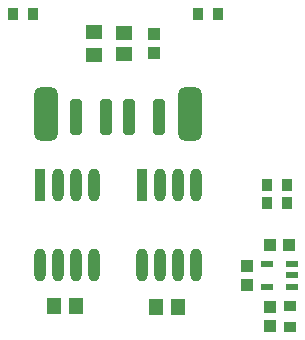
<source format=gbp>
G04*
G04 #@! TF.GenerationSoftware,Altium Limited,Altium Designer,19.0.10 (269)*
G04*
G04 Layer_Color=128*
%FSLAX25Y25*%
%MOIN*%
G70*
G01*
G75*
%ADD19R,0.03937X0.03543*%
%ADD20R,0.03937X0.03937*%
%ADD21R,0.03937X0.03937*%
%ADD22R,0.03543X0.03937*%
%ADD47R,0.05315X0.04724*%
%ADD48R,0.05315X0.04528*%
%ADD49R,0.04528X0.05315*%
G04:AMPARAMS|DCode=51|XSize=39.37mil|YSize=118.11mil|CornerRadius=9.84mil|HoleSize=0mil|Usage=FLASHONLY|Rotation=180.000|XOffset=0mil|YOffset=0mil|HoleType=Round|Shape=RoundedRectangle|*
%AMROUNDEDRECTD51*
21,1,0.03937,0.09843,0,0,180.0*
21,1,0.01968,0.11811,0,0,180.0*
1,1,0.01968,-0.00984,0.04921*
1,1,0.01968,0.00984,0.04921*
1,1,0.01968,0.00984,-0.04921*
1,1,0.01968,-0.00984,-0.04921*
%
%ADD51ROUNDEDRECTD51*%
G04:AMPARAMS|DCode=52|XSize=78.74mil|YSize=177.17mil|CornerRadius=19.68mil|HoleSize=0mil|Usage=FLASHONLY|Rotation=180.000|XOffset=0mil|YOffset=0mil|HoleType=Round|Shape=RoundedRectangle|*
%AMROUNDEDRECTD52*
21,1,0.07874,0.13780,0,0,180.0*
21,1,0.03937,0.17717,0,0,180.0*
1,1,0.03937,-0.01968,0.06890*
1,1,0.03937,0.01968,0.06890*
1,1,0.03937,0.01968,-0.06890*
1,1,0.03937,-0.01968,-0.06890*
%
%ADD52ROUNDEDRECTD52*%
%ADD53R,0.03740X0.11024*%
%ADD54O,0.03740X0.11024*%
%ADD55R,0.04134X0.02165*%
D19*
X127347Y22346D02*
D03*
Y15654D02*
D03*
D20*
X82000Y106850D02*
D03*
Y113150D02*
D03*
X113000Y35890D02*
D03*
Y29591D02*
D03*
X120653Y15850D02*
D03*
Y22150D02*
D03*
D21*
X127150Y43000D02*
D03*
X120850D02*
D03*
D22*
X35000Y120000D02*
D03*
X41693D02*
D03*
X103347D02*
D03*
X96653D02*
D03*
X126347Y57000D02*
D03*
X119653D02*
D03*
X119653Y63000D02*
D03*
X126347D02*
D03*
D47*
X62000Y113740D02*
D03*
Y106260D02*
D03*
D48*
X72000Y106358D02*
D03*
Y113642D02*
D03*
D49*
X56221Y22346D02*
D03*
X48937D02*
D03*
X90000Y22150D02*
D03*
X82717D02*
D03*
D51*
X83780Y85500D02*
D03*
X73937D02*
D03*
X66063D02*
D03*
X56221D02*
D03*
D52*
X45984Y86484D02*
D03*
X94016D02*
D03*
D53*
X44252Y63000D02*
D03*
X78031D02*
D03*
D54*
X50236D02*
D03*
X56221D02*
D03*
X62205D02*
D03*
X44252Y36228D02*
D03*
X50236D02*
D03*
X56221D02*
D03*
X62205D02*
D03*
X95984D02*
D03*
X90000D02*
D03*
X84016D02*
D03*
X78031D02*
D03*
X95984Y63000D02*
D03*
X90000D02*
D03*
X84016D02*
D03*
D55*
X128000Y36480D02*
D03*
Y32740D02*
D03*
Y29000D02*
D03*
X119929D02*
D03*
Y36480D02*
D03*
M02*

</source>
